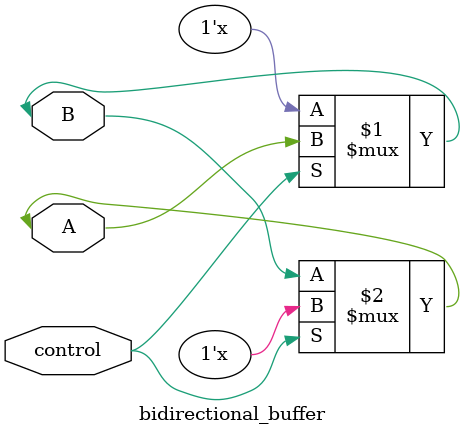
<source format=v>
 module bidirectional_buffer( input control, inout A,B);

//assign B = control==1?A:1'bz;

//assign A = ~control==1?B:1'bz; 

  bufif1 B1(B,A,control);
  bufif0 B2(A,B, control);

 endmodule



</source>
